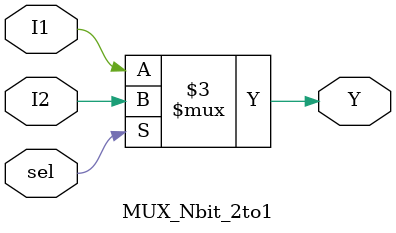
<source format=v>
`timescale 1ns / 1ps
`default_nettype none


module MUX_Nbit_2to1 #(parameter N = 0)(
    input wire [N:0] I1,I2,
    input wire sel,
    output reg [N:0] Y
);
    
always @ (*) begin
    case(sel)
    1'b1 : Y = I2;
    default : Y = I1;
    endcase
end
    
endmodule

</source>
